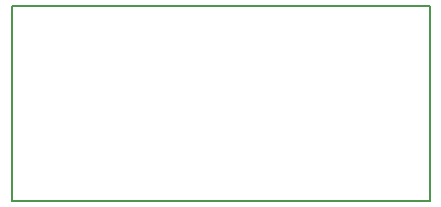
<source format=gm1>
G04*
G04 #@! TF.GenerationSoftware,Altium Limited,Altium Designer,18.1.9 (240)*
G04*
G04 Layer_Color=16711935*
%FSLAX25Y25*%
%MOIN*%
G70*
G01*
G75*
%ADD10C,0.00700*%
D10*
X0Y0D02*
X1500D01*
X0D02*
Y65000D01*
X139500D01*
Y0D02*
Y65000D01*
X1500Y0D02*
X139500D01*
M02*

</source>
